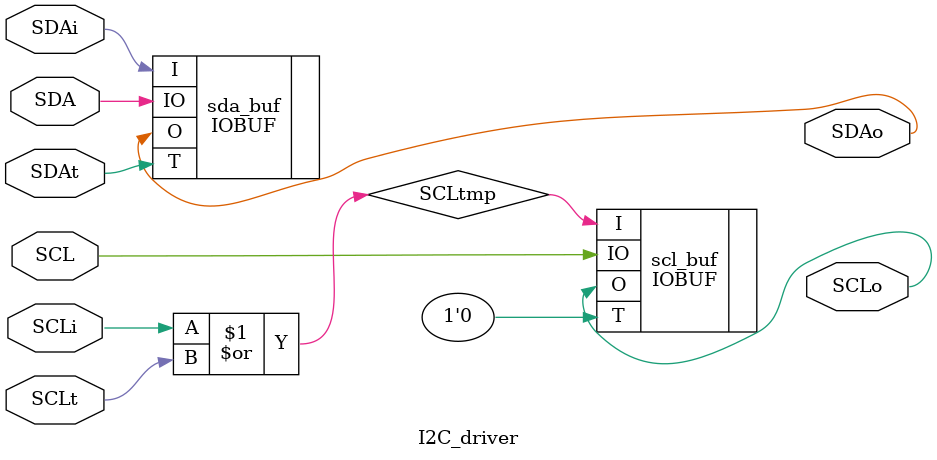
<source format=v>
`timescale 1ns / 1ps


module I2C_driver(
    inout SDA,
    input SDAi,
    input SDAt,
    output SDAo,
    
    inout SCL,
    input SCLi,
    input SCLt,
    output SCLo
    );
    
    IOBUF sda_buf(.I(SDAi), .O(SDAo), .T(SDAt), .IO(SDA));
    //IOBUF scl_buf(.I(SCLi), .O(SCLo), .T(SCLt), .IO(SCL));
    
    wire SCLtmp;
    assign SCLtmp = SCLi | SCLt;
    IOBUF scl_buf(.I(SCLtmp), .O(SCLo), .T(1'b0), .IO(SCL));
    
endmodule

</source>
